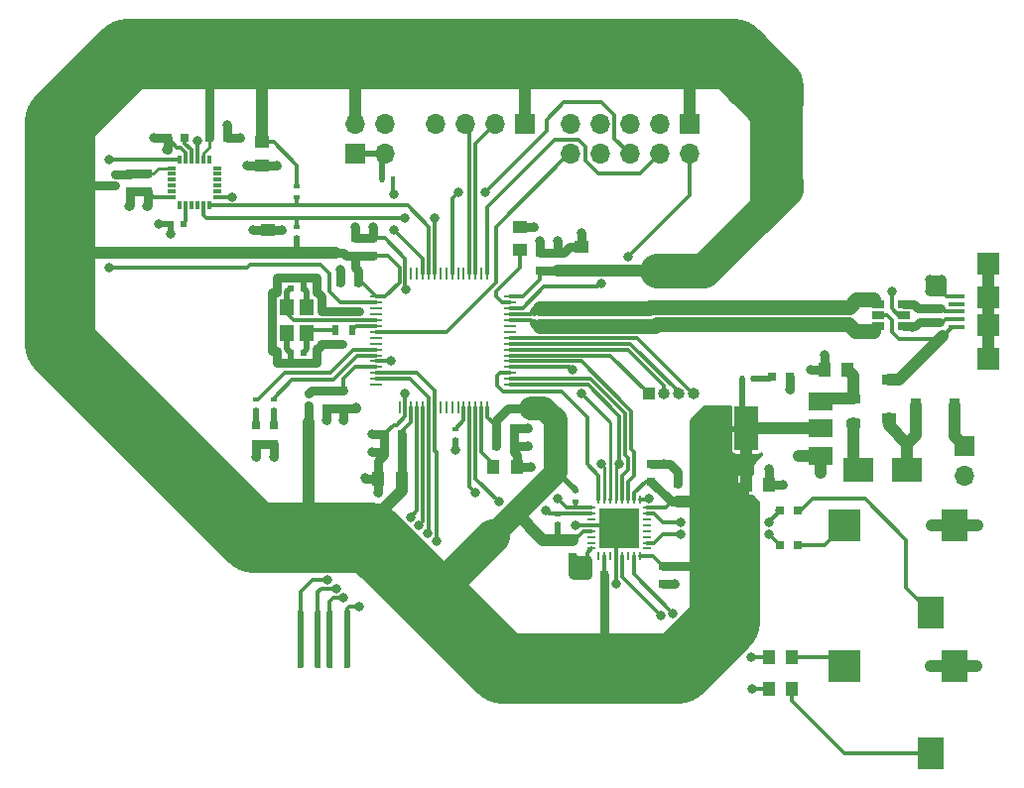
<source format=gbr>
%TF.GenerationSoftware,KiCad,Pcbnew,(5.1.9-0-10_14)*%
%TF.CreationDate,2021-02-23T19:53:59+01:00*%
%TF.ProjectId,codec_breakot,636f6465-635f-4627-9265-616b6f742e6b,rev?*%
%TF.SameCoordinates,Original*%
%TF.FileFunction,Copper,L1,Top*%
%TF.FilePolarity,Positive*%
%FSLAX46Y46*%
G04 Gerber Fmt 4.6, Leading zero omitted, Abs format (unit mm)*
G04 Created by KiCad (PCBNEW (5.1.9-0-10_14)) date 2021-02-23 19:53:59*
%MOMM*%
%LPD*%
G01*
G04 APERTURE LIST*
%TA.AperFunction,SMDPad,CuDef*%
%ADD10R,0.300000X0.800000*%
%TD*%
%TA.AperFunction,SMDPad,CuDef*%
%ADD11R,0.800000X0.300000*%
%TD*%
%TA.AperFunction,SMDPad,CuDef*%
%ADD12R,1.350000X0.400000*%
%TD*%
%TA.AperFunction,SMDPad,CuDef*%
%ADD13R,1.900000X1.900000*%
%TD*%
%TA.AperFunction,ComponentPad*%
%ADD14R,1.000000X1.000000*%
%TD*%
%TA.AperFunction,ComponentPad*%
%ADD15O,1.000000X1.000000*%
%TD*%
%TA.AperFunction,SMDPad,CuDef*%
%ADD16R,1.250000X1.000000*%
%TD*%
%TA.AperFunction,SMDPad,CuDef*%
%ADD17R,1.060000X0.650000*%
%TD*%
%TA.AperFunction,ComponentPad*%
%ADD18R,1.700000X1.700000*%
%TD*%
%TA.AperFunction,ComponentPad*%
%ADD19O,1.700000X1.700000*%
%TD*%
%TA.AperFunction,SMDPad,CuDef*%
%ADD20R,0.750000X0.800000*%
%TD*%
%TA.AperFunction,SMDPad,CuDef*%
%ADD21R,0.800000X0.750000*%
%TD*%
%TA.AperFunction,SMDPad,CuDef*%
%ADD22R,2.000000X3.800000*%
%TD*%
%TA.AperFunction,SMDPad,CuDef*%
%ADD23R,2.000000X1.500000*%
%TD*%
%TA.AperFunction,SMDPad,CuDef*%
%ADD24R,1.000000X0.250000*%
%TD*%
%TA.AperFunction,SMDPad,CuDef*%
%ADD25R,0.250000X1.000000*%
%TD*%
%TA.AperFunction,SMDPad,CuDef*%
%ADD26R,0.500000X0.900000*%
%TD*%
%TA.AperFunction,SMDPad,CuDef*%
%ADD27R,0.600000X0.400000*%
%TD*%
%TA.AperFunction,SMDPad,CuDef*%
%ADD28R,0.400000X0.600000*%
%TD*%
%TA.AperFunction,SMDPad,CuDef*%
%ADD29R,2.800000X2.800000*%
%TD*%
%TA.AperFunction,SMDPad,CuDef*%
%ADD30R,2.200000X2.800000*%
%TD*%
%TA.AperFunction,SMDPad,CuDef*%
%ADD31R,1.200000X1.400000*%
%TD*%
%TA.AperFunction,SMDPad,CuDef*%
%ADD32R,2.650000X2.030000*%
%TD*%
%TA.AperFunction,SMDPad,CuDef*%
%ADD33R,0.800000X0.800000*%
%TD*%
%TA.AperFunction,SMDPad,CuDef*%
%ADD34R,1.200000X0.900000*%
%TD*%
%TA.AperFunction,SMDPad,CuDef*%
%ADD35R,0.900000X1.200000*%
%TD*%
%TA.AperFunction,SMDPad,CuDef*%
%ADD36R,0.600000X0.500000*%
%TD*%
%TA.AperFunction,SMDPad,CuDef*%
%ADD37R,1.000000X1.250000*%
%TD*%
%TA.AperFunction,SMDPad,CuDef*%
%ADD38R,0.700000X0.250000*%
%TD*%
%TA.AperFunction,SMDPad,CuDef*%
%ADD39R,0.250000X0.700000*%
%TD*%
%TA.AperFunction,SMDPad,CuDef*%
%ADD40R,1.725000X1.725000*%
%TD*%
%TA.AperFunction,ViaPad*%
%ADD41C,0.800000*%
%TD*%
%TA.AperFunction,ViaPad*%
%ADD42C,0.500000*%
%TD*%
%TA.AperFunction,Conductor*%
%ADD43C,0.500000*%
%TD*%
%TA.AperFunction,Conductor*%
%ADD44C,0.750000*%
%TD*%
%TA.AperFunction,Conductor*%
%ADD45C,0.300000*%
%TD*%
%TA.AperFunction,Conductor*%
%ADD46C,1.000000*%
%TD*%
%TA.AperFunction,Conductor*%
%ADD47C,0.250000*%
%TD*%
%TA.AperFunction,Conductor*%
%ADD48C,6.000000*%
%TD*%
%TA.AperFunction,Conductor*%
%ADD49C,3.000000*%
%TD*%
%TA.AperFunction,Conductor*%
%ADD50C,2.500000*%
%TD*%
%TA.AperFunction,Conductor*%
%ADD51C,2.000000*%
%TD*%
%TA.AperFunction,Conductor*%
%ADD52C,4.500000*%
%TD*%
%TA.AperFunction,Conductor*%
%ADD53C,1.270000*%
%TD*%
%TA.AperFunction,Conductor*%
%ADD54C,0.100000*%
%TD*%
G04 APERTURE END LIST*
D10*
%TO.P,U1,24*%
%TO.N,ACC_SDA*%
X132000000Y-61950000D03*
%TO.P,U1,23*%
%TO.N,ACC_SCL*%
X131500000Y-61950000D03*
%TO.P,U1,22*%
%TO.N,N/C*%
X131000000Y-61950000D03*
%TO.P,U1,21*%
X130500000Y-61950000D03*
%TO.P,U1,20*%
%TO.N,Net-(C8-Pad1)*%
X130000000Y-61950000D03*
%TO.P,U1,19*%
%TO.N,N/C*%
X129500000Y-61950000D03*
D11*
%TO.P,U1,18*%
%TO.N,GND*%
X128800000Y-61250000D03*
%TO.P,U1,17*%
%TO.N,N/C*%
X128800000Y-60750000D03*
%TO.P,U1,16*%
X128800000Y-60250000D03*
%TO.P,U1,15*%
X128800000Y-59750000D03*
%TO.P,U1,14*%
X128800000Y-59250000D03*
%TO.P,U1,13*%
%TO.N,VDD*%
X128800000Y-58750000D03*
D10*
%TO.P,U1,12*%
%TO.N,ACC_INT*%
X129500000Y-58050000D03*
%TO.P,U1,11*%
%TO.N,GND*%
X130000000Y-58050000D03*
%TO.P,U1,10*%
%TO.N,Net-(C6-Pad1)*%
X130500000Y-58050000D03*
%TO.P,U1,9*%
%TO.N,GND*%
X131000000Y-58050000D03*
%TO.P,U1,8*%
%TO.N,+3V3*%
X131500000Y-58050000D03*
%TO.P,U1,7*%
%TO.N,Net-(U1-Pad7)*%
X132000000Y-58050000D03*
D11*
%TO.P,U1,6*%
%TO.N,Net-(U1-Pad6)*%
X132700000Y-58750000D03*
%TO.P,U1,5*%
%TO.N,N/C*%
X132700000Y-59250000D03*
%TO.P,U1,4*%
X132700000Y-59750000D03*
%TO.P,U1,3*%
X132700000Y-60250000D03*
%TO.P,U1,2*%
X132700000Y-60750000D03*
%TO.P,U1,1*%
%TO.N,GND*%
X132700000Y-61250000D03*
%TD*%
D12*
%TO.P,J5,5*%
%TO.N,GND*%
X195825000Y-69700000D03*
%TO.P,J5,4*%
%TO.N,Net-(J5-Pad4)*%
X195825000Y-70350000D03*
%TO.P,J5,3*%
%TO.N,USB_CONN_D+*%
X195825000Y-71000000D03*
%TO.P,J5,2*%
%TO.N,USB_CONN_D-*%
X195825000Y-71650000D03*
D13*
%TO.P,J5,6*%
%TO.N,shield*%
X198500000Y-66950000D03*
X198500000Y-69800000D03*
X198500000Y-75050000D03*
X198500000Y-72200000D03*
D12*
%TO.P,J5,1*%
%TO.N,+5V*%
X195825000Y-72300000D03*
%TD*%
D14*
%TO.P,J9,1*%
%TO.N,DEBUG1*%
X169500000Y-78000000D03*
D15*
%TO.P,J9,2*%
%TO.N,DEBUG2*%
X170770000Y-78000000D03*
%TO.P,J9,3*%
%TO.N,DEBUG3*%
X172040000Y-78000000D03*
%TO.P,J9,4*%
%TO.N,DEBUG4*%
X173310000Y-78000000D03*
%TD*%
D16*
%TO.P,C35,1*%
%TO.N,+3V3*%
X163750000Y-67500000D03*
%TO.P,C35,2*%
%TO.N,GND*%
X163750000Y-65500000D03*
%TD*%
%TO.P,C34,1*%
%TO.N,+3V3*%
X137000000Y-66000000D03*
%TO.P,C34,2*%
%TO.N,GND*%
X137000000Y-64000000D03*
%TD*%
%TO.P,C33,1*%
%TO.N,+3V3*%
X136500000Y-56500000D03*
%TO.P,C33,2*%
%TO.N,GND*%
X136500000Y-58500000D03*
%TD*%
D17*
%TO.P,U5,1*%
%TO.N,USB_CONN_D-*%
X191300000Y-72275000D03*
%TO.P,U5,2*%
%TO.N,GND*%
X191300000Y-71325000D03*
%TO.P,U5,3*%
%TO.N,USB_CONN_D+*%
X191300000Y-70375000D03*
%TO.P,U5,4*%
%TO.N,USB_D+*%
X189100000Y-70375000D03*
%TO.P,U5,6*%
%TO.N,USB_D-*%
X189100000Y-72275000D03*
%TO.P,U5,5*%
%TO.N,+5V*%
X189100000Y-71325000D03*
%TD*%
D18*
%TO.P,J6,1*%
%TO.N,+3V3*%
X173000000Y-55000000D03*
D19*
%TO.P,J6,2*%
%TO.N,SWDIO*%
X173000000Y-57540000D03*
%TO.P,J6,3*%
%TO.N,GND*%
X170460000Y-55000000D03*
%TO.P,J6,4*%
%TO.N,SWCLK*%
X170460000Y-57540000D03*
%TO.P,J6,5*%
%TO.N,GND*%
X167920000Y-55000000D03*
%TO.P,J6,6*%
%TO.N,SWO*%
X167920000Y-57540000D03*
%TO.P,J6,7*%
%TO.N,Net-(J6-Pad7)*%
X165380000Y-55000000D03*
%TO.P,J6,8*%
%TO.N,Net-(J6-Pad8)*%
X165380000Y-57540000D03*
%TO.P,J6,9*%
%TO.N,GND*%
X162840000Y-55000000D03*
%TO.P,J6,10*%
%TO.N,NRST*%
X162840000Y-57540000D03*
%TD*%
%TO.P,L2,2*%
%TO.N,VDD*%
%TA.AperFunction,SMDPad,CuDef*%
G36*
G01*
X124172500Y-59560000D02*
X123827500Y-59560000D01*
G75*
G02*
X123680000Y-59412500I0J147500D01*
G01*
X123680000Y-59117500D01*
G75*
G02*
X123827500Y-58970000I147500J0D01*
G01*
X124172500Y-58970000D01*
G75*
G02*
X124320000Y-59117500I0J-147500D01*
G01*
X124320000Y-59412500D01*
G75*
G02*
X124172500Y-59560000I-147500J0D01*
G01*
G37*
%TD.AperFunction*%
%TO.P,L2,1*%
%TO.N,+3V3*%
%TA.AperFunction,SMDPad,CuDef*%
G36*
G01*
X124172500Y-60530000D02*
X123827500Y-60530000D01*
G75*
G02*
X123680000Y-60382500I0J147500D01*
G01*
X123680000Y-60087500D01*
G75*
G02*
X123827500Y-59940000I147500J0D01*
G01*
X124172500Y-59940000D01*
G75*
G02*
X124320000Y-60087500I0J-147500D01*
G01*
X124320000Y-60382500D01*
G75*
G02*
X124172500Y-60530000I-147500J0D01*
G01*
G37*
%TD.AperFunction*%
%TD*%
%TO.P,L1,2*%
%TO.N,+3.3VA*%
%TA.AperFunction,SMDPad,CuDef*%
G36*
G01*
X140672500Y-78310000D02*
X140327500Y-78310000D01*
G75*
G02*
X140180000Y-78162500I0J147500D01*
G01*
X140180000Y-77867500D01*
G75*
G02*
X140327500Y-77720000I147500J0D01*
G01*
X140672500Y-77720000D01*
G75*
G02*
X140820000Y-77867500I0J-147500D01*
G01*
X140820000Y-78162500D01*
G75*
G02*
X140672500Y-78310000I-147500J0D01*
G01*
G37*
%TD.AperFunction*%
%TO.P,L1,1*%
%TO.N,+3V3*%
%TA.AperFunction,SMDPad,CuDef*%
G36*
G01*
X140672500Y-79280000D02*
X140327500Y-79280000D01*
G75*
G02*
X140180000Y-79132500I0J147500D01*
G01*
X140180000Y-78837500D01*
G75*
G02*
X140327500Y-78690000I147500J0D01*
G01*
X140672500Y-78690000D01*
G75*
G02*
X140820000Y-78837500I0J-147500D01*
G01*
X140820000Y-79132500D01*
G75*
G02*
X140672500Y-79280000I-147500J0D01*
G01*
G37*
%TD.AperFunction*%
%TD*%
D20*
%TO.P,C27,2*%
%TO.N,+3V3*%
X163000000Y-90500000D03*
%TO.P,C27,1*%
%TO.N,GND*%
X163000000Y-92000000D03*
%TD*%
%TO.P,C26,2*%
%TO.N,+3V3*%
X169750000Y-85500000D03*
%TO.P,C26,1*%
%TO.N,GND*%
X169750000Y-84000000D03*
%TD*%
D21*
%TO.P,C1,2*%
%TO.N,GND*%
X133550000Y-56200000D03*
%TO.P,C1,1*%
%TO.N,+3V3*%
X132050000Y-56200000D03*
%TD*%
D22*
%TO.P,U3,2*%
%TO.N,+3V3*%
X177850000Y-81000000D03*
D23*
X184150000Y-81000000D03*
%TO.P,U3,3*%
%TO.N,Net-(C13-Pad1)*%
X184150000Y-78700000D03*
%TO.P,U3,1*%
%TO.N,GND*%
X184150000Y-83300000D03*
%TD*%
D24*
%TO.P,U2,1*%
%TO.N,+3V3*%
X146300000Y-69750000D03*
%TO.P,U2,2*%
%TO.N,ACC_INT*%
X146300000Y-70250000D03*
%TO.P,U2,3*%
%TO.N,Net-(U2-Pad3)*%
X146300000Y-70750000D03*
%TO.P,U2,4*%
%TO.N,Net-(U2-Pad4)*%
X146300000Y-71250000D03*
%TO.P,U2,5*%
%TO.N,HSE_IN*%
X146300000Y-71750000D03*
%TO.P,U2,6*%
%TO.N,HSE_OUT*%
X146300000Y-72250000D03*
%TO.P,U2,7*%
%TO.N,NRST*%
X146300000Y-72750000D03*
%TO.P,U2,8*%
%TO.N,Net-(U2-Pad8)*%
X146300000Y-73250000D03*
%TO.P,U2,9*%
%TO.N,Net-(U2-Pad9)*%
X146300000Y-73750000D03*
%TO.P,U2,10*%
%TO.N,LED1*%
X146300000Y-74250000D03*
%TO.P,U2,11*%
%TO.N,LED2*%
X146300000Y-74750000D03*
%TO.P,U2,12*%
%TO.N,GND*%
X146300000Y-75250000D03*
%TO.P,U2,13*%
%TO.N,+3.3VA*%
X146300000Y-75750000D03*
%TO.P,U2,14*%
%TO.N,TOUCH_4*%
X146300000Y-76250000D03*
%TO.P,U2,15*%
%TO.N,TOUCH_3*%
X146300000Y-76750000D03*
%TO.P,U2,16*%
%TO.N,Net-(U2-Pad16)*%
X146300000Y-77250000D03*
D25*
%TO.P,U2,17*%
%TO.N,Net-(U2-Pad17)*%
X148250000Y-79200000D03*
%TO.P,U2,18*%
%TO.N,GND*%
X148750000Y-79200000D03*
%TO.P,U2,19*%
%TO.N,+3V3*%
X149250000Y-79200000D03*
%TO.P,U2,20*%
%TO.N,TOUCH_1*%
X149750000Y-79200000D03*
%TO.P,U2,21*%
%TO.N,TOUCH_2*%
X150250000Y-79200000D03*
%TO.P,U2,22*%
%TO.N,TOUCH_3*%
X150750000Y-79200000D03*
%TO.P,U2,23*%
%TO.N,TOUCH_4*%
X151250000Y-79200000D03*
%TO.P,U2,24*%
%TO.N,Net-(U2-Pad24)*%
X151750000Y-79200000D03*
%TO.P,U2,25*%
%TO.N,Net-(U2-Pad25)*%
X152250000Y-79200000D03*
%TO.P,U2,26*%
%TO.N,Net-(U2-Pad26)*%
X152750000Y-79200000D03*
%TO.P,U2,27*%
%TO.N,Net-(U2-Pad27)*%
X153250000Y-79200000D03*
%TO.P,U2,28*%
%TO.N,BOOT1*%
X153750000Y-79200000D03*
%TO.P,U2,29*%
%TO.N,CODEC_SCL*%
X154250000Y-79200000D03*
%TO.P,U2,30*%
%TO.N,CODEC_SDA*%
X154750000Y-79200000D03*
%TO.P,U2,31*%
%TO.N,Net-(C7-Pad1)*%
X155250000Y-79200000D03*
%TO.P,U2,32*%
%TO.N,+3V3*%
X155750000Y-79200000D03*
D24*
%TO.P,U2,33*%
%TO.N,CODEC_LRCLK*%
X157700000Y-77250000D03*
%TO.P,U2,34*%
%TO.N,CODEC_BCLK*%
X157700000Y-76750000D03*
%TO.P,U2,35*%
%TO.N,CODEC_ADCDAT*%
X157700000Y-76250000D03*
%TO.P,U2,36*%
%TO.N,CODEC_DACDAT*%
X157700000Y-75750000D03*
%TO.P,U2,37*%
%TO.N,CODEC_MCLK*%
X157700000Y-75250000D03*
%TO.P,U2,38*%
%TO.N,DEBUG1*%
X157700000Y-74750000D03*
%TO.P,U2,39*%
%TO.N,DEBUG2*%
X157700000Y-74250000D03*
%TO.P,U2,40*%
%TO.N,DEBUG3*%
X157700000Y-73750000D03*
%TO.P,U2,41*%
%TO.N,DEBUG4*%
X157700000Y-73250000D03*
%TO.P,U2,42*%
%TO.N,Net-(U2-Pad42)*%
X157700000Y-72750000D03*
%TO.P,U2,43*%
%TO.N,Net-(U2-Pad43)*%
X157700000Y-72250000D03*
%TO.P,U2,44*%
%TO.N,USB_D-*%
X157700000Y-71750000D03*
%TO.P,U2,45*%
%TO.N,USB_D+*%
X157700000Y-71250000D03*
%TO.P,U2,46*%
%TO.N,SWDIO*%
X157700000Y-70750000D03*
%TO.P,U2,47*%
%TO.N,Net-(C9-Pad1)*%
X157700000Y-70250000D03*
%TO.P,U2,48*%
%TO.N,+3V3*%
X157700000Y-69750000D03*
D25*
%TO.P,U2,49*%
%TO.N,SWCLK*%
X155750000Y-67800000D03*
%TO.P,U2,50*%
%TO.N,Net-(U2-Pad50)*%
X155250000Y-67800000D03*
%TO.P,U2,51*%
%TO.N,UART_TX*%
X154750000Y-67800000D03*
%TO.P,U2,52*%
%TO.N,UART_RX*%
X154250000Y-67800000D03*
%TO.P,U2,53*%
%TO.N,Net-(U2-Pad53)*%
X153750000Y-67800000D03*
%TO.P,U2,54*%
%TO.N,Net-(U2-Pad54)*%
X153250000Y-67800000D03*
%TO.P,U2,55*%
%TO.N,SWO*%
X152750000Y-67800000D03*
%TO.P,U2,56*%
%TO.N,Net-(U2-Pad56)*%
X152250000Y-67800000D03*
%TO.P,U2,57*%
%TO.N,Net-(U2-Pad57)*%
X151750000Y-67800000D03*
%TO.P,U2,58*%
%TO.N,ACC_SCL*%
X151250000Y-67800000D03*
%TO.P,U2,59*%
%TO.N,ACC_SDA*%
X150750000Y-67800000D03*
%TO.P,U2,60*%
%TO.N,BOOT0*%
X150250000Y-67800000D03*
%TO.P,U2,61*%
%TO.N,Net-(U2-Pad61)*%
X149750000Y-67800000D03*
%TO.P,U2,62*%
%TO.N,Net-(U2-Pad62)*%
X149250000Y-67800000D03*
%TO.P,U2,63*%
%TO.N,GND*%
X148750000Y-67800000D03*
%TO.P,U2,64*%
%TO.N,+3V3*%
X148250000Y-67800000D03*
%TD*%
D26*
%TO.P,R10,1*%
%TO.N,Net-(C30-Pad1)*%
X142750000Y-72600000D03*
%TO.P,R10,2*%
%TO.N,HSE_OUT*%
X144250000Y-72600000D03*
%TD*%
D27*
%TO.P,R9,1*%
%TO.N,+3V3*%
X161750000Y-89200000D03*
%TO.P,R9,2*%
%TO.N,CODEC_SDA*%
X161750000Y-88300000D03*
%TD*%
%TO.P,R8,1*%
%TO.N,+3V3*%
X163250000Y-86300000D03*
%TO.P,R8,2*%
%TO.N,CODEC_SCL*%
X163250000Y-87200000D03*
%TD*%
D28*
%TO.P,R7,1*%
%TO.N,+3V3*%
X177500000Y-76750000D03*
%TO.P,R7,2*%
%TO.N,Net-(D5-Pad2)*%
X178400000Y-76750000D03*
%TD*%
D27*
%TO.P,R6,1*%
%TO.N,Net-(D2-Pad2)*%
X136000000Y-79450000D03*
%TO.P,R6,2*%
%TO.N,LED1*%
X136000000Y-78550000D03*
%TD*%
%TO.P,R5,1*%
%TO.N,Net-(D1-Pad2)*%
X137500000Y-79450000D03*
%TO.P,R5,2*%
%TO.N,LED2*%
X137500000Y-78550000D03*
%TD*%
%TO.P,R4,1*%
%TO.N,+3V3*%
X139500000Y-64700000D03*
%TO.P,R4,2*%
%TO.N,ACC_SCL*%
X139500000Y-63800000D03*
%TD*%
%TO.P,R3,1*%
%TO.N,+3V3*%
X139500000Y-60300000D03*
%TO.P,R3,2*%
%TO.N,ACC_SDA*%
X139500000Y-61200000D03*
%TD*%
%TO.P,R2,1*%
%TO.N,GND*%
X153000000Y-81950000D03*
%TO.P,R2,2*%
%TO.N,BOOT1*%
X153000000Y-81050000D03*
%TD*%
D28*
%TO.P,R1,1*%
%TO.N,BOOT0*%
X147700000Y-59750000D03*
%TO.P,R1,2*%
%TO.N,Net-(J2-Pad1)*%
X146800000Y-59750000D03*
%TD*%
D29*
%TO.P,J8,T*%
%TO.N,LIN_LEFT*%
X186200000Y-89300000D03*
D30*
%TO.P,J8,S*%
%TO.N,GND*%
X195600000Y-89300000D03*
%TO.P,J8,R*%
%TO.N,LIN_RIGHT*%
X193600000Y-96700000D03*
%TD*%
D29*
%TO.P,J7,T*%
%TO.N,HPOUT_LEFT*%
X186200000Y-101300000D03*
D30*
%TO.P,J7,S*%
%TO.N,GND*%
X195600000Y-101300000D03*
%TO.P,J7,R*%
%TO.N,HPOUT_RIGHT*%
X193600000Y-108700000D03*
%TD*%
D18*
%TO.P,J4,1*%
%TO.N,VCC*%
X196500000Y-82500000D03*
D19*
%TO.P,J4,2*%
%TO.N,GND*%
X196500000Y-85040000D03*
%TD*%
%TO.P,J3,3*%
%TO.N,TOUCH_3*%
%TA.AperFunction,SMDPad,CuDef*%
G36*
G01*
X142050000Y-101375000D02*
X142050000Y-96625000D01*
G75*
G02*
X142175000Y-96500000I125000J0D01*
G01*
X142425000Y-96500000D01*
G75*
G02*
X142550000Y-96625000I0J-125000D01*
G01*
X142550000Y-101375000D01*
G75*
G02*
X142425000Y-101500000I-125000J0D01*
G01*
X142175000Y-101500000D01*
G75*
G02*
X142050000Y-101375000I0J125000D01*
G01*
G37*
%TD.AperFunction*%
%TO.P,J3,2*%
%TO.N,TOUCH_2*%
%TA.AperFunction,SMDPad,CuDef*%
G36*
G01*
X141050000Y-101375000D02*
X141050000Y-96625000D01*
G75*
G02*
X141175000Y-96500000I125000J0D01*
G01*
X141425000Y-96500000D01*
G75*
G02*
X141550000Y-96625000I0J-125000D01*
G01*
X141550000Y-101375000D01*
G75*
G02*
X141425000Y-101500000I-125000J0D01*
G01*
X141175000Y-101500000D01*
G75*
G02*
X141050000Y-101375000I0J125000D01*
G01*
G37*
%TD.AperFunction*%
%TO.P,J3,1*%
%TO.N,TOUCH_1*%
%TA.AperFunction,SMDPad,CuDef*%
G36*
G01*
X139550000Y-101375000D02*
X139550000Y-96625000D01*
G75*
G02*
X139675000Y-96500000I125000J0D01*
G01*
X139925000Y-96500000D01*
G75*
G02*
X140050000Y-96625000I0J-125000D01*
G01*
X140050000Y-101375000D01*
G75*
G02*
X139925000Y-101500000I-125000J0D01*
G01*
X139675000Y-101500000D01*
G75*
G02*
X139550000Y-101375000I0J125000D01*
G01*
G37*
%TD.AperFunction*%
%TO.P,J3,4*%
%TO.N,TOUCH_4*%
%TA.AperFunction,SMDPad,CuDef*%
G36*
G01*
X143550000Y-101375000D02*
X143550000Y-96625000D01*
G75*
G02*
X143675000Y-96500000I125000J0D01*
G01*
X143925000Y-96500000D01*
G75*
G02*
X144050000Y-96625000I0J-125000D01*
G01*
X144050000Y-101375000D01*
G75*
G02*
X143925000Y-101500000I-125000J0D01*
G01*
X143675000Y-101500000D01*
G75*
G02*
X143550000Y-101375000I0J125000D01*
G01*
G37*
%TD.AperFunction*%
%TD*%
D18*
%TO.P,J2,1*%
%TO.N,Net-(J2-Pad1)*%
X144500000Y-57500000D03*
D19*
%TO.P,J2,2*%
%TO.N,+3V3*%
X144500000Y-54960000D03*
%TO.P,J2,3*%
%TO.N,Net-(J2-Pad1)*%
X147040000Y-57500000D03*
%TO.P,J2,4*%
%TO.N,GND*%
X147040000Y-54960000D03*
%TD*%
D18*
%TO.P,J1,1*%
%TO.N,+3V3*%
X159000000Y-55000000D03*
D19*
%TO.P,J1,2*%
%TO.N,UART_TX*%
X156460000Y-55000000D03*
%TO.P,J1,3*%
%TO.N,UART_RX*%
X153920000Y-55000000D03*
%TO.P,J1,4*%
%TO.N,GND*%
X151380000Y-55000000D03*
%TD*%
D31*
%TO.P,HSE1,1*%
%TO.N,HSE_IN*%
X138650000Y-70650000D03*
%TO.P,HSE1,2*%
%TO.N,GND*%
X138650000Y-72850000D03*
%TO.P,HSE1,3*%
%TO.N,Net-(C30-Pad1)*%
X140350000Y-72850000D03*
%TO.P,HSE1,4*%
%TO.N,GND*%
X140350000Y-70650000D03*
%TD*%
%TO.P,FB3,2*%
%TO.N,Net-(C13-Pad1)*%
%TA.AperFunction,SMDPad,CuDef*%
G36*
G01*
X187381250Y-78875000D02*
X186618750Y-78875000D01*
G75*
G02*
X186400000Y-78656250I0J218750D01*
G01*
X186400000Y-78218750D01*
G75*
G02*
X186618750Y-78000000I218750J0D01*
G01*
X187381250Y-78000000D01*
G75*
G02*
X187600000Y-78218750I0J-218750D01*
G01*
X187600000Y-78656250D01*
G75*
G02*
X187381250Y-78875000I-218750J0D01*
G01*
G37*
%TD.AperFunction*%
%TO.P,FB3,1*%
%TO.N,Net-(F1-Pad2)*%
%TA.AperFunction,SMDPad,CuDef*%
G36*
G01*
X187381250Y-81000000D02*
X186618750Y-81000000D01*
G75*
G02*
X186400000Y-80781250I0J218750D01*
G01*
X186400000Y-80343750D01*
G75*
G02*
X186618750Y-80125000I218750J0D01*
G01*
X187381250Y-80125000D01*
G75*
G02*
X187600000Y-80343750I0J-218750D01*
G01*
X187600000Y-80781250D01*
G75*
G02*
X187381250Y-81000000I-218750J0D01*
G01*
G37*
%TD.AperFunction*%
%TD*%
D32*
%TO.P,F1,1*%
%TO.N,Net-(D3-Pad1)*%
X191590000Y-84500000D03*
%TO.P,F1,2*%
%TO.N,Net-(F1-Pad2)*%
X187410000Y-84500000D03*
%TD*%
D33*
%TO.P,D5,2*%
%TO.N,Net-(D5-Pad2)*%
X180000000Y-76600000D03*
%TO.P,D5,1*%
%TO.N,GND*%
X181600000Y-76600000D03*
%TD*%
D34*
%TO.P,D4,1*%
%TO.N,Net-(D3-Pad1)*%
X190000000Y-80150000D03*
%TO.P,D4,2*%
%TO.N,+5V*%
X190000000Y-76850000D03*
%TD*%
D35*
%TO.P,D3,1*%
%TO.N,Net-(D3-Pad1)*%
X192350000Y-79000000D03*
%TO.P,D3,2*%
%TO.N,VCC*%
X195650000Y-79000000D03*
%TD*%
D33*
%TO.P,D2,2*%
%TO.N,Net-(D2-Pad2)*%
X136000000Y-80700000D03*
%TO.P,D2,1*%
%TO.N,GND*%
X136000000Y-82300000D03*
%TD*%
%TO.P,D1,2*%
%TO.N,Net-(D1-Pad2)*%
X137500000Y-80700000D03*
%TO.P,D1,1*%
%TO.N,GND*%
X137500000Y-82300000D03*
%TD*%
D20*
%TO.P,C32,2*%
%TO.N,+3V3*%
X170750000Y-92750000D03*
%TO.P,C32,1*%
%TO.N,GND*%
X170750000Y-94250000D03*
%TD*%
D21*
%TO.P,C31,2*%
%TO.N,+3V3*%
X165750000Y-93500000D03*
%TO.P,C31,1*%
%TO.N,GND*%
X164250000Y-93500000D03*
%TD*%
D36*
%TO.P,C30,1*%
%TO.N,Net-(C30-Pad1)*%
X140050000Y-74500000D03*
%TO.P,C30,2*%
%TO.N,GND*%
X138950000Y-74500000D03*
%TD*%
D20*
%TO.P,C29,2*%
%TO.N,+3V3*%
X172000000Y-87250000D03*
%TO.P,C29,1*%
%TO.N,GND*%
X172000000Y-85750000D03*
%TD*%
D36*
%TO.P,C28,1*%
%TO.N,HSE_IN*%
X138950000Y-69000000D03*
%TO.P,C28,2*%
%TO.N,GND*%
X140050000Y-69000000D03*
%TD*%
D37*
%TO.P,C25,1*%
%TO.N,HPOUT_RIGHT*%
X181750000Y-103250000D03*
%TO.P,C25,2*%
%TO.N,Net-(C25-Pad2)*%
X179750000Y-103250000D03*
%TD*%
%TO.P,C24,1*%
%TO.N,HPOUT_LEFT*%
X181750000Y-100500000D03*
%TO.P,C24,2*%
%TO.N,Net-(C24-Pad2)*%
X179750000Y-100500000D03*
%TD*%
D21*
%TO.P,C23,2*%
%TO.N,GND*%
X146950000Y-83000000D03*
%TO.P,C23,1*%
%TO.N,+3V3*%
X148450000Y-83000000D03*
%TD*%
%TO.P,C22,2*%
%TO.N,LIN_RIGHT*%
X182250000Y-88000000D03*
%TO.P,C22,1*%
%TO.N,Net-(C22-Pad1)*%
X180750000Y-88000000D03*
%TD*%
%TO.P,C21,2*%
%TO.N,LIN_LEFT*%
X182250000Y-91000000D03*
%TO.P,C21,1*%
%TO.N,Net-(C21-Pad1)*%
X180750000Y-91000000D03*
%TD*%
%TO.P,C20,2*%
%TO.N,GND*%
X158000000Y-82500000D03*
%TO.P,C20,1*%
%TO.N,+3V3*%
X156500000Y-82500000D03*
%TD*%
D20*
%TO.P,C19,2*%
%TO.N,GND*%
X146000000Y-64750000D03*
%TO.P,C19,1*%
%TO.N,+3V3*%
X146000000Y-66250000D03*
%TD*%
%TO.P,C18,2*%
%TO.N,GND*%
X161750000Y-66000000D03*
%TO.P,C18,1*%
%TO.N,+3V3*%
X161750000Y-67500000D03*
%TD*%
D37*
%TO.P,C17,1*%
%TO.N,+3V3*%
X177800000Y-85800000D03*
%TO.P,C17,2*%
%TO.N,GND*%
X179800000Y-85800000D03*
%TD*%
D21*
%TO.P,C16,2*%
%TO.N,GND*%
X146950000Y-81500000D03*
%TO.P,C16,1*%
%TO.N,+3V3*%
X148450000Y-81500000D03*
%TD*%
%TO.P,C15,2*%
%TO.N,GND*%
X158000000Y-81000000D03*
%TO.P,C15,1*%
%TO.N,+3V3*%
X156500000Y-81000000D03*
%TD*%
D20*
%TO.P,C14,2*%
%TO.N,GND*%
X160250000Y-66000000D03*
%TO.P,C14,1*%
%TO.N,+3V3*%
X160250000Y-67500000D03*
%TD*%
D37*
%TO.P,C13,1*%
%TO.N,Net-(C13-Pad1)*%
X186500000Y-76000000D03*
%TO.P,C13,2*%
%TO.N,GND*%
X184500000Y-76000000D03*
%TD*%
D20*
%TO.P,C12,2*%
%TO.N,GND*%
X144500000Y-64750000D03*
%TO.P,C12,1*%
%TO.N,+3V3*%
X144500000Y-66250000D03*
%TD*%
D21*
%TO.P,C11,2*%
%TO.N,GND*%
X143250000Y-68500000D03*
%TO.P,C11,1*%
%TO.N,+3V3*%
X144750000Y-68500000D03*
%TD*%
D37*
%TO.P,C10,1*%
%TO.N,+3V3*%
X148450000Y-85250000D03*
%TO.P,C10,2*%
%TO.N,GND*%
X146450000Y-85250000D03*
%TD*%
D16*
%TO.P,C9,1*%
%TO.N,Net-(C9-Pad1)*%
X158500000Y-65750000D03*
%TO.P,C9,2*%
%TO.N,GND*%
X158500000Y-63750000D03*
%TD*%
D36*
%TO.P,C8,1*%
%TO.N,Net-(C8-Pad1)*%
X129800000Y-63500000D03*
%TO.P,C8,2*%
%TO.N,GND*%
X128700000Y-63500000D03*
%TD*%
D37*
%TO.P,C7,1*%
%TO.N,Net-(C7-Pad1)*%
X156250000Y-84250000D03*
%TO.P,C7,2*%
%TO.N,GND*%
X158250000Y-84250000D03*
%TD*%
D21*
%TO.P,C6,2*%
%TO.N,GND*%
X128450000Y-56200000D03*
%TO.P,C6,1*%
%TO.N,Net-(C6-Pad1)*%
X129950000Y-56200000D03*
%TD*%
D20*
%TO.P,C5,2*%
%TO.N,GND*%
X125250000Y-60750000D03*
%TO.P,C5,1*%
%TO.N,VDD*%
X125250000Y-59250000D03*
%TD*%
%TO.P,C4,2*%
%TO.N,GND*%
X126750000Y-60750000D03*
%TO.P,C4,1*%
%TO.N,VDD*%
X126750000Y-59250000D03*
%TD*%
%TO.P,C3,2*%
%TO.N,GND*%
X143500000Y-79250000D03*
%TO.P,C3,1*%
%TO.N,+3.3VA*%
X143500000Y-77750000D03*
%TD*%
%TO.P,C2,2*%
%TO.N,GND*%
X142000000Y-79250000D03*
%TO.P,C2,1*%
%TO.N,+3.3VA*%
X142000000Y-77750000D03*
%TD*%
D38*
%TO.P,U4,1*%
%TO.N,Net-(U4-Pad1)*%
X169400000Y-91250000D03*
%TO.P,U4,2*%
%TO.N,Net-(C21-Pad1)*%
X169400000Y-90750000D03*
%TO.P,U4,3*%
%TO.N,Net-(U4-Pad3)*%
X169400000Y-90250000D03*
%TO.P,U4,4*%
%TO.N,Net-(U4-Pad4)*%
X169400000Y-89750000D03*
%TO.P,U4,5*%
%TO.N,Net-(U4-Pad5)*%
X169400000Y-89250000D03*
%TO.P,U4,6*%
%TO.N,Net-(U4-Pad6)*%
X169400000Y-88750000D03*
%TO.P,U4,7*%
%TO.N,Net-(C22-Pad1)*%
X169400000Y-88250000D03*
%TO.P,U4,8*%
%TO.N,+3V3*%
X169400000Y-87750000D03*
D39*
%TO.P,U4,9*%
%TO.N,GND*%
X168750000Y-87100000D03*
%TO.P,U4,10*%
%TO.N,+3V3*%
X168250000Y-87100000D03*
%TO.P,U4,11*%
%TO.N,CODEC_MCLK*%
X167750000Y-87100000D03*
%TO.P,U4,12*%
%TO.N,CODEC_BCLK*%
X167250000Y-87100000D03*
%TO.P,U4,13*%
%TO.N,CODEC_LRCLK*%
X166750000Y-87100000D03*
%TO.P,U4,14*%
%TO.N,CODEC_DACDAT*%
X166250000Y-87100000D03*
%TO.P,U4,15*%
%TO.N,CODEC_LRCLK*%
X165750000Y-87100000D03*
%TO.P,U4,16*%
%TO.N,CODEC_ADCDAT*%
X165250000Y-87100000D03*
D38*
%TO.P,U4,17*%
%TO.N,CODEC_SCL*%
X164600000Y-87750000D03*
%TO.P,U4,18*%
%TO.N,CODEC_SDA*%
X164600000Y-88250000D03*
%TO.P,U4,19*%
%TO.N,Net-(U4-Pad19)*%
X164600000Y-88750000D03*
%TO.P,U4,20*%
%TO.N,GND*%
X164600000Y-89250000D03*
%TO.P,U4,21*%
%TO.N,+3V3*%
X164600000Y-89750000D03*
%TO.P,U4,22*%
%TO.N,Net-(U4-Pad22)*%
X164600000Y-90250000D03*
%TO.P,U4,23*%
%TO.N,Net-(U4-Pad23)*%
X164600000Y-90750000D03*
%TO.P,U4,24*%
%TO.N,GND*%
X164600000Y-91250000D03*
D39*
%TO.P,U4,25*%
%TO.N,Net-(U4-Pad25)*%
X165250000Y-91900000D03*
%TO.P,U4,26*%
%TO.N,+3V3*%
X165750000Y-91900000D03*
%TO.P,U4,27*%
%TO.N,Net-(U4-Pad27)*%
X166250000Y-91900000D03*
%TO.P,U4,28*%
%TO.N,GND*%
X166750000Y-91900000D03*
%TO.P,U4,29*%
%TO.N,Net-(C25-Pad2)*%
X167250000Y-91900000D03*
%TO.P,U4,30*%
%TO.N,Net-(U4-Pad30)*%
X167750000Y-91900000D03*
%TO.P,U4,31*%
%TO.N,Net-(C24-Pad2)*%
X168250000Y-91900000D03*
%TO.P,U4,32*%
%TO.N,+3V3*%
X168750000Y-91900000D03*
D40*
%TO.P,U4,33*%
%TO.N,GND*%
X166137500Y-88637500D03*
X166137500Y-90362500D03*
X167862500Y-88637500D03*
X167862500Y-90362500D03*
%TD*%
D41*
%TO.N,GND*%
X131000000Y-56400000D03*
X133600000Y-55100000D03*
X134700000Y-56200000D03*
X128400000Y-57200000D03*
X127300000Y-56200000D03*
X128700000Y-64400000D03*
X127700000Y-63500000D03*
X125200000Y-62000000D03*
X126700000Y-62000000D03*
X134000000Y-61200000D03*
X143200000Y-67400000D03*
X148800000Y-69100000D03*
X147500000Y-75200000D03*
X148700000Y-78000000D03*
X145900000Y-81500000D03*
X145900000Y-83000000D03*
X145300000Y-85200000D03*
X146400000Y-86500000D03*
X144600000Y-79200000D03*
X143500000Y-80300000D03*
X142000000Y-80300000D03*
X153000000Y-82800000D03*
X160250000Y-64950000D03*
X137500000Y-83400000D03*
X136000000Y-83400000D03*
X163100000Y-93500000D03*
X170800000Y-84000000D03*
X172000000Y-84700000D03*
X179800000Y-84400000D03*
X181000000Y-85800000D03*
X182300000Y-83300000D03*
X184200000Y-84800000D03*
X181600000Y-77700000D03*
X183300000Y-76000000D03*
X184500000Y-74700000D03*
X197600000Y-89300000D03*
X193700000Y-89300000D03*
X197500000Y-101300000D03*
X193600000Y-101300000D03*
X169500000Y-87000000D03*
X161750000Y-64950000D03*
D42*
X137800000Y-68100000D03*
X143400000Y-73800000D03*
X141600000Y-73800000D03*
X139500000Y-75400000D03*
X137400000Y-74400000D03*
X137400000Y-71000000D03*
X139500000Y-68100000D03*
X144800000Y-71000000D03*
X141600000Y-71000000D03*
X141200000Y-68100000D03*
X141200000Y-69400000D03*
X143200000Y-71000000D03*
X137400000Y-69400000D03*
X137400000Y-72600000D03*
X137800000Y-75400000D03*
X141200000Y-75400000D03*
D41*
X166750000Y-94250000D03*
X164250000Y-92250000D03*
X163250000Y-89250000D03*
X144500000Y-63750000D03*
X146000000Y-63750000D03*
X159250000Y-81000000D03*
X159250000Y-82500000D03*
X159500000Y-84250000D03*
X159750000Y-63750000D03*
X171750000Y-94250000D03*
X163750000Y-64250000D03*
X138250000Y-64000000D03*
X135750000Y-64000000D03*
X135250000Y-58500000D03*
X137750000Y-58500000D03*
X194500000Y-69250000D03*
X193500000Y-69250000D03*
X193500000Y-68250000D03*
X194500000Y-68250000D03*
X190250000Y-69250000D03*
%TO.N,Net-(C21-Pad1)*%
X179750000Y-90000000D03*
X172250000Y-90000000D03*
%TO.N,Net-(C22-Pad1)*%
X179750000Y-89000000D03*
X172250000Y-89000000D03*
%TO.N,Net-(C24-Pad2)*%
X171575000Y-96775000D03*
X178250000Y-100500000D03*
%TO.N,Net-(C25-Pad2)*%
X170550000Y-96950000D03*
X178325000Y-103250000D03*
%TO.N,TOUCH_3*%
X150653095Y-89950058D03*
X143502753Y-95453414D03*
%TO.N,TOUCH_2*%
X149932108Y-89257108D03*
X142875000Y-94675000D03*
%TO.N,TOUCH_1*%
X149225000Y-88550000D03*
X142100000Y-93925000D03*
%TO.N,TOUCH_4*%
X151388543Y-90627643D03*
X144800000Y-96250000D03*
%TO.N,SWDIO*%
X165500000Y-68600000D03*
X167750000Y-66350000D03*
%TO.N,SWO*%
X155600000Y-60800000D03*
X153300000Y-60800000D03*
%TO.N,BOOT0*%
X147750000Y-61000000D03*
X147750000Y-64000000D03*
%TO.N,ACC_SCL*%
X151250000Y-63000000D03*
X148750000Y-63000000D03*
%TO.N,CODEC_SCL*%
X161750000Y-87000000D03*
X154750000Y-86500000D03*
%TO.N,CODEC_SDA*%
X160750000Y-88000000D03*
X156750000Y-87250000D03*
%TO.N,ACC_INT*%
X123500000Y-67250000D03*
X123500000Y-58000000D03*
%TO.N,CODEC_LRCLK*%
X165500000Y-84000000D03*
X167000000Y-84000000D03*
%TO.N,CODEC_DACDAT*%
X163000000Y-76000000D03*
X163750000Y-78000000D03*
%TD*%
D43*
%TO.N,GND*%
X140350000Y-70650000D02*
X140350000Y-69300000D01*
X140350000Y-69300000D02*
X140050000Y-69000000D01*
X138650000Y-72850000D02*
X138650000Y-74200000D01*
X138650000Y-74200000D02*
X138950000Y-74500000D01*
D44*
X142000000Y-79250000D02*
X143500000Y-79250000D01*
X146950000Y-81500000D02*
X146950000Y-83000000D01*
X160250000Y-66000000D02*
X161750000Y-66000000D01*
X146950000Y-83000000D02*
X146950000Y-83250000D01*
X146450000Y-83750000D02*
X146450000Y-85250000D01*
X146950000Y-83250000D02*
X146450000Y-83750000D01*
X125250000Y-60750000D02*
X126750000Y-60750000D01*
D45*
X128800000Y-61250000D02*
X127250000Y-61250000D01*
X127250000Y-61250000D02*
X126750000Y-60750000D01*
X166750000Y-91900000D02*
X166750000Y-90975000D01*
X166750000Y-90975000D02*
X166137500Y-90362500D01*
X164600000Y-89250000D02*
X165525000Y-89250000D01*
X165525000Y-89250000D02*
X166137500Y-88637500D01*
X131000000Y-58050000D02*
X131000000Y-56400000D01*
X130000000Y-58050000D02*
X130000000Y-57400000D01*
X129250000Y-57000000D02*
X128450000Y-56200000D01*
X129600000Y-57000000D02*
X129250000Y-57000000D01*
X130000000Y-57400000D02*
X129600000Y-57000000D01*
D44*
X133550000Y-56200000D02*
X133550000Y-55150000D01*
X133550000Y-55150000D02*
X133600000Y-55100000D01*
X133550000Y-56200000D02*
X134700000Y-56200000D01*
X128450000Y-56200000D02*
X128450000Y-57150000D01*
X128450000Y-57150000D02*
X128400000Y-57200000D01*
X128450000Y-56200000D02*
X127300000Y-56200000D01*
D43*
X128700000Y-63500000D02*
X128700000Y-64400000D01*
X128700000Y-63500000D02*
X127700000Y-63500000D01*
D44*
X125250000Y-60750000D02*
X125250000Y-61950000D01*
X125250000Y-61950000D02*
X125200000Y-62000000D01*
X126750000Y-60750000D02*
X126750000Y-61950000D01*
X126750000Y-61950000D02*
X126700000Y-62000000D01*
D45*
X132700000Y-61250000D02*
X133950000Y-61250000D01*
X133950000Y-61250000D02*
X134000000Y-61200000D01*
D44*
X143250000Y-68500000D02*
X143250000Y-67450000D01*
X143250000Y-67450000D02*
X143200000Y-67400000D01*
D45*
X148750000Y-67800000D02*
X148750000Y-69050000D01*
X148750000Y-69050000D02*
X148800000Y-69100000D01*
X146300000Y-75250000D02*
X147450000Y-75250000D01*
X147450000Y-75250000D02*
X147500000Y-75200000D01*
X148750000Y-79200000D02*
X148750000Y-79950000D01*
X147750000Y-80700000D02*
X146950000Y-81500000D01*
X148000000Y-80700000D02*
X147750000Y-80700000D01*
X148750000Y-79950000D02*
X148000000Y-80700000D01*
X148750000Y-79200000D02*
X148750000Y-78050000D01*
X148750000Y-78050000D02*
X148700000Y-78000000D01*
D44*
X146950000Y-81500000D02*
X145900000Y-81500000D01*
X146950000Y-83000000D02*
X145900000Y-83000000D01*
X146450000Y-85250000D02*
X145350000Y-85250000D01*
X145350000Y-85250000D02*
X145300000Y-85200000D01*
X146450000Y-85250000D02*
X146450000Y-86450000D01*
X146450000Y-86450000D02*
X146400000Y-86500000D01*
X143500000Y-79250000D02*
X144550000Y-79250000D01*
X144550000Y-79250000D02*
X144600000Y-79200000D01*
X143500000Y-79250000D02*
X143500000Y-80300000D01*
X142000000Y-79250000D02*
X142000000Y-80300000D01*
D43*
X153000000Y-81950000D02*
X153000000Y-82800000D01*
D44*
X161750000Y-66000000D02*
X161750000Y-64950000D01*
X160250000Y-66000000D02*
X160250000Y-64950000D01*
X136000000Y-82300000D02*
X137500000Y-82300000D01*
X137500000Y-82300000D02*
X137500000Y-83400000D01*
X136000000Y-82300000D02*
X136000000Y-83400000D01*
X164250000Y-93500000D02*
X163100000Y-93500000D01*
X163100000Y-93500000D02*
X164250000Y-93500000D01*
X172000000Y-85750000D02*
X172000000Y-84700000D01*
X171300000Y-84000000D02*
X172000000Y-84700000D01*
X170800000Y-84000000D02*
X171300000Y-84000000D01*
X170800000Y-84000000D02*
X169750000Y-84000000D01*
X179800000Y-85800000D02*
X179800000Y-84400000D01*
X179800000Y-85800000D02*
X181000000Y-85800000D01*
D46*
X184150000Y-83300000D02*
X182300000Y-83300000D01*
X184150000Y-83300000D02*
X184150000Y-84750000D01*
X184150000Y-84750000D02*
X184200000Y-84800000D01*
D44*
X181600000Y-76600000D02*
X181600000Y-77700000D01*
X184500000Y-76000000D02*
X183300000Y-76000000D01*
X184500000Y-76000000D02*
X184500000Y-74700000D01*
D46*
X195600000Y-89300000D02*
X197600000Y-89300000D01*
X195600000Y-89300000D02*
X193700000Y-89300000D01*
X195600000Y-101300000D02*
X197500000Y-101300000D01*
X195600000Y-101300000D02*
X193600000Y-101300000D01*
D45*
X168750000Y-87100000D02*
X169400000Y-87100000D01*
X169400000Y-87100000D02*
X169500000Y-87000000D01*
D43*
X140050000Y-69000000D02*
X140050000Y-68100000D01*
X140050000Y-68100000D02*
X140050000Y-68050000D01*
X140050000Y-68050000D02*
X140000000Y-68000000D01*
D44*
X140050000Y-68100000D02*
X139500000Y-68100000D01*
X143400000Y-73800000D02*
X141600000Y-73800000D01*
X141400000Y-74000000D02*
X141600000Y-73800000D01*
X141200000Y-74200000D02*
X141400000Y-74000000D01*
X141200000Y-75400000D02*
X141200000Y-74200000D01*
X137400000Y-74400000D02*
X137400000Y-72600000D01*
X137400000Y-71000000D02*
X137400000Y-69400000D01*
X137800000Y-68100000D02*
X139500000Y-68100000D01*
X144800000Y-71000000D02*
X143200000Y-71000000D01*
X141600000Y-71000000D02*
X141600000Y-69700000D01*
X141300000Y-69400000D02*
X141600000Y-69700000D01*
X141200000Y-69400000D02*
X141300000Y-69400000D01*
X141200000Y-68100000D02*
X139500000Y-68100000D01*
X141200000Y-69400000D02*
X141200000Y-68100000D01*
X143200000Y-71000000D02*
X141600000Y-71000000D01*
X137800000Y-68100000D02*
X137800000Y-69375002D01*
X137800000Y-69375002D02*
X137775002Y-69400000D01*
X137400000Y-69400000D02*
X137775002Y-69400000D01*
X137400000Y-72600000D02*
X137400000Y-71000000D01*
X137400000Y-74400000D02*
X137800000Y-74400000D01*
X137800000Y-75400000D02*
X137800000Y-74400000D01*
X141200000Y-75400000D02*
X139500000Y-75400000D01*
X141400000Y-74000000D02*
X141600000Y-73800000D01*
X166137500Y-88637500D02*
X166137500Y-90362500D01*
X166137500Y-90362500D02*
X167862500Y-90362500D01*
X167862500Y-90362500D02*
X167862500Y-88637500D01*
X167862500Y-88637500D02*
X166137500Y-88637500D01*
D45*
X166750000Y-91900000D02*
X166750000Y-94250000D01*
D43*
X138950000Y-75300000D02*
X138850000Y-75400000D01*
X138950000Y-74500000D02*
X138950000Y-75300000D01*
D44*
X138850000Y-75400000D02*
X137800000Y-75400000D01*
X139500000Y-75400000D02*
X138850000Y-75400000D01*
X164250000Y-93500000D02*
X164250000Y-92250000D01*
D45*
X164600000Y-89250000D02*
X163250000Y-89250000D01*
D44*
X144500000Y-64750000D02*
X146000000Y-64750000D01*
D45*
X147000000Y-64750000D02*
X146000000Y-64750000D01*
X148750000Y-66500000D02*
X147000000Y-64750000D01*
X148750000Y-67800000D02*
X148750000Y-66500000D01*
D44*
X144500000Y-64750000D02*
X144500000Y-63750000D01*
X146000000Y-64750000D02*
X146000000Y-63750000D01*
X158000000Y-81000000D02*
X158000000Y-82500000D01*
X158000000Y-82500000D02*
X158000000Y-83000000D01*
X158250000Y-83250000D02*
X158250000Y-84250000D01*
X158000000Y-83000000D02*
X158250000Y-83250000D01*
X158000000Y-81000000D02*
X159250000Y-81000000D01*
X158000000Y-82500000D02*
X159250000Y-82500000D01*
X158250000Y-84250000D02*
X159500000Y-84250000D01*
X158500000Y-63750000D02*
X159750000Y-63750000D01*
X170750000Y-94250000D02*
X171750000Y-94250000D01*
X161750000Y-66000000D02*
X162250000Y-66000000D01*
X162750000Y-65500000D02*
X163750000Y-65500000D01*
X162250000Y-66000000D02*
X162750000Y-65500000D01*
X163750000Y-65500000D02*
X163750000Y-64250000D01*
X137000000Y-64000000D02*
X138250000Y-64000000D01*
X137000000Y-64000000D02*
X135750000Y-64000000D01*
X136500000Y-58500000D02*
X135250000Y-58500000D01*
X136500000Y-58500000D02*
X137750000Y-58500000D01*
D45*
X195825000Y-69700000D02*
X194950000Y-69700000D01*
X194950000Y-69700000D02*
X194500000Y-69250000D01*
X164250000Y-91600000D02*
X164600000Y-91250000D01*
X164250000Y-92250000D02*
X164250000Y-91600000D01*
D44*
X163250000Y-92250000D02*
X163000000Y-92000000D01*
X164250000Y-92250000D02*
X163250000Y-92250000D01*
X163000000Y-93400000D02*
X163100000Y-93500000D01*
X163000000Y-92000000D02*
X163000000Y-93400000D01*
X163100000Y-93400000D02*
X164250000Y-92250000D01*
X163100000Y-93500000D02*
X163100000Y-93400000D01*
X194500000Y-69250000D02*
X193500000Y-69250000D01*
X193500000Y-69250000D02*
X193500000Y-68250000D01*
X193500000Y-68250000D02*
X194500000Y-68250000D01*
X194500000Y-68250000D02*
X194500000Y-69250000D01*
X194500000Y-69250000D02*
X193500000Y-68250000D01*
D45*
X191300000Y-71325000D02*
X190825000Y-71325000D01*
X190825000Y-71325000D02*
X190250000Y-70750000D01*
X190250000Y-70750000D02*
X190250000Y-69250000D01*
%TO.N,LIN_LEFT*%
X182250000Y-91000000D02*
X184500000Y-91000000D01*
X184500000Y-91000000D02*
X186200000Y-89300000D01*
%TO.N,LIN_RIGHT*%
X182250000Y-88000000D02*
X182500000Y-88000000D01*
X191500000Y-94600000D02*
X193600000Y-96700000D01*
X191500000Y-90500000D02*
X191500000Y-94600000D01*
X188000000Y-87000000D02*
X191500000Y-90500000D01*
X183500000Y-87000000D02*
X188000000Y-87000000D01*
X182500000Y-88000000D02*
X183500000Y-87000000D01*
D44*
%TO.N,Net-(C13-Pad1)*%
X184412500Y-78437500D02*
X184150000Y-78700000D01*
D46*
X187000000Y-78437500D02*
X187000000Y-76500000D01*
X187000000Y-76500000D02*
X186500000Y-76000000D01*
X187000000Y-78437500D02*
X184412500Y-78437500D01*
X184412500Y-78437500D02*
X184150000Y-78700000D01*
D45*
%TO.N,HPOUT_LEFT*%
X185400000Y-100500000D02*
X186200000Y-101300000D01*
X181750000Y-100500000D02*
X185400000Y-100500000D01*
%TO.N,HPOUT_RIGHT*%
X181750000Y-103250000D02*
X181750000Y-104250000D01*
X186200000Y-108700000D02*
X193600000Y-108700000D01*
X181750000Y-104250000D02*
X186200000Y-108700000D01*
%TO.N,+5V*%
X190000000Y-76750000D02*
X190000000Y-76850000D01*
X190000000Y-76850000D02*
X190150000Y-76850000D01*
X189100000Y-71325000D02*
X189825000Y-71325000D01*
X190250000Y-71750000D02*
X190250000Y-72750000D01*
X189825000Y-71325000D02*
X190250000Y-71750000D01*
X195825000Y-72300000D02*
X195450000Y-72300000D01*
X190875000Y-73375000D02*
X194375000Y-73375000D01*
X190250000Y-72750000D02*
X190875000Y-73375000D01*
X194375000Y-73375000D02*
X190900000Y-76850000D01*
D46*
X190900000Y-76850000D02*
X194625000Y-73125000D01*
X190000000Y-76850000D02*
X190900000Y-76850000D01*
D45*
X194625000Y-73125000D02*
X194375000Y-73375000D01*
X195450000Y-72300000D02*
X194625000Y-73125000D01*
D44*
%TO.N,VDD*%
X124000000Y-59265000D02*
X125235000Y-59265000D01*
X125235000Y-59265000D02*
X125250000Y-59250000D01*
X125250000Y-59250000D02*
X126750000Y-59250000D01*
D47*
X128800000Y-58750000D02*
X127750000Y-58750000D01*
X127250000Y-59250000D02*
X126750000Y-59250000D01*
X127750000Y-58750000D02*
X127250000Y-59250000D01*
D43*
%TO.N,Net-(D1-Pad2)*%
X137500000Y-79450000D02*
X137500000Y-80700000D01*
D45*
%TO.N,+3V3*%
X144750000Y-68500000D02*
X145050000Y-68500000D01*
X145050000Y-68500000D02*
X146300000Y-69750000D01*
D44*
X148450000Y-81500000D02*
X148450000Y-83000000D01*
D45*
X160250000Y-67500000D02*
X160250000Y-67750000D01*
D44*
X160250000Y-67500000D02*
X161750000Y-67500000D01*
X148450000Y-83000000D02*
X148450000Y-85250000D01*
D45*
X171750000Y-87250000D02*
X172000000Y-87250000D01*
X165750000Y-91900000D02*
X165750000Y-93500000D01*
X168250000Y-87100000D02*
X168250000Y-86500000D01*
X168250000Y-86500000D02*
X169250000Y-85500000D01*
X169250000Y-85500000D02*
X169750000Y-85500000D01*
X148450000Y-81500000D02*
X148450000Y-81250000D01*
X149250000Y-80450000D02*
X149250000Y-79200000D01*
X148450000Y-81250000D02*
X149250000Y-80450000D01*
D46*
X177800000Y-85800000D02*
X177800000Y-81050000D01*
X177800000Y-81050000D02*
X177850000Y-81000000D01*
X172000000Y-87250000D02*
X176350000Y-87250000D01*
X176350000Y-87250000D02*
X177800000Y-85800000D01*
D44*
X172000000Y-87250000D02*
X171500000Y-87250000D01*
X171500000Y-87250000D02*
X169750000Y-85500000D01*
D45*
X169400000Y-87750000D02*
X171000000Y-87750000D01*
X171000000Y-87750000D02*
X171500000Y-87250000D01*
D46*
X184150000Y-81000000D02*
X177850000Y-81000000D01*
D45*
X157700000Y-69750000D02*
X158750000Y-69750000D01*
X160250000Y-68250000D02*
X160250000Y-67500000D01*
X158750000Y-69750000D02*
X160250000Y-68250000D01*
X148250000Y-67800000D02*
X148250000Y-68500000D01*
X147000000Y-69750000D02*
X146300000Y-69750000D01*
X148250000Y-68500000D02*
X147000000Y-69750000D01*
D44*
X124000000Y-60235000D02*
X121515000Y-60235000D01*
X121515000Y-60235000D02*
X121500000Y-60250000D01*
D46*
X121500000Y-66000000D02*
X139500000Y-66000000D01*
X139500000Y-66000000D02*
X142750000Y-66000000D01*
D43*
X139500000Y-64700000D02*
X139500000Y-66000000D01*
D46*
X173000000Y-55000000D02*
X173000000Y-49500000D01*
X159000000Y-55000000D02*
X159000000Y-49500000D01*
X144500000Y-54960000D02*
X144500000Y-50000000D01*
D43*
X163250000Y-86300000D02*
X163250000Y-86250000D01*
X163250000Y-86250000D02*
X162000000Y-85000000D01*
X161750000Y-89200000D02*
X161750000Y-90500000D01*
D45*
X163950000Y-89750000D02*
X163500000Y-90200000D01*
X164600000Y-89750000D02*
X163950000Y-89750000D01*
X163300000Y-90200000D02*
X163000000Y-90500000D01*
X163500000Y-90200000D02*
X163300000Y-90200000D01*
D47*
X131500000Y-58050000D02*
X131500000Y-57500000D01*
X132050000Y-56950000D02*
X132050000Y-56200000D01*
X131500000Y-57500000D02*
X132050000Y-56950000D01*
D43*
X177800000Y-80950000D02*
X177850000Y-81000000D01*
X177500000Y-80650000D02*
X177850000Y-81000000D01*
X177500000Y-76750000D02*
X177500000Y-80650000D01*
D44*
X144500000Y-66250000D02*
X146000000Y-66250000D01*
X144750000Y-68500000D02*
X144750000Y-67500000D01*
X144500000Y-67250000D02*
X144500000Y-66250000D01*
X144750000Y-67500000D02*
X144500000Y-67250000D01*
X142750000Y-66000000D02*
X143500000Y-66000000D01*
X143750000Y-66250000D02*
X144500000Y-66250000D01*
X143500000Y-66000000D02*
X143750000Y-66250000D01*
D45*
X148250000Y-67250000D02*
X147250000Y-66250000D01*
X147250000Y-66250000D02*
X146000000Y-66250000D01*
X148250000Y-67800000D02*
X148250000Y-67250000D01*
X155750000Y-79200000D02*
X155750000Y-80000000D01*
X156500000Y-80750000D02*
X156500000Y-81000000D01*
X155750000Y-80000000D02*
X156500000Y-80750000D01*
D44*
X156500000Y-82500000D02*
X156500000Y-81000000D01*
D45*
X169900000Y-91900000D02*
X170750000Y-92750000D01*
X168750000Y-91900000D02*
X169900000Y-91900000D01*
D44*
X170750000Y-92750000D02*
X174750000Y-92750000D01*
D45*
X139500000Y-60300000D02*
X139500000Y-58500000D01*
X137500000Y-56500000D02*
X136500000Y-56500000D01*
X139500000Y-58500000D02*
X137500000Y-56500000D01*
D46*
X163750000Y-67500000D02*
X170250000Y-67500000D01*
X161750000Y-67500000D02*
X163750000Y-67500000D01*
D48*
X172000000Y-101500000D02*
X176000000Y-97500000D01*
X176000000Y-97500000D02*
X176000000Y-89000000D01*
D49*
X151825000Y-96325000D02*
X151825000Y-95925000D01*
D48*
X145750000Y-90250000D02*
X151825000Y-96325000D01*
X151825000Y-96325000D02*
X157000000Y-101500000D01*
D50*
X151825000Y-96325000D02*
X151825000Y-95975000D01*
D51*
X158175000Y-88206998D02*
X161575000Y-84806998D01*
X161575000Y-84806998D02*
X161575000Y-80225000D01*
X151825000Y-94543002D02*
X151825000Y-96325000D01*
X158175000Y-88206998D02*
X158161004Y-88206998D01*
D49*
X151825000Y-94543002D02*
X151825000Y-94525000D01*
X151825000Y-94525000D02*
X156165999Y-90184001D01*
X156165999Y-90184001D02*
X156184001Y-90184001D01*
D51*
X158161004Y-88206998D02*
X156184001Y-90184001D01*
D46*
X148450000Y-85250000D02*
X148450000Y-86325000D01*
X145750000Y-89025000D02*
X145750000Y-90250000D01*
X148450000Y-86325000D02*
X145750000Y-89025000D01*
D48*
X140475000Y-90250000D02*
X145750000Y-90250000D01*
D46*
X140475000Y-80500000D02*
X140500000Y-80475000D01*
X140475000Y-90250000D02*
X140475000Y-80500000D01*
D44*
X140500000Y-78985000D02*
X140500000Y-80475000D01*
D46*
X160468002Y-90500000D02*
X158175000Y-88206998D01*
X163000000Y-90500000D02*
X160468002Y-90500000D01*
D44*
X165750000Y-100025000D02*
X167225000Y-101500000D01*
X165750000Y-93500000D02*
X165750000Y-100025000D01*
D48*
X167225000Y-101500000D02*
X172000000Y-101500000D01*
X157000000Y-101500000D02*
X167225000Y-101500000D01*
D44*
X132050000Y-49050000D02*
X132000000Y-49000000D01*
X132050000Y-56200000D02*
X132050000Y-49050000D01*
D46*
X136500000Y-49250000D02*
X136250000Y-49000000D01*
D48*
X136250000Y-49000000D02*
X132000000Y-49000000D01*
D46*
X136500000Y-56500000D02*
X136500000Y-49250000D01*
D48*
X176750000Y-49000000D02*
X136250000Y-49000000D01*
X126000000Y-49000000D02*
X132000000Y-49000000D01*
X125000000Y-49000000D02*
X126000000Y-49000000D01*
X140475000Y-90250000D02*
X135750000Y-90250000D01*
X119250000Y-73750000D02*
X119250000Y-54750000D01*
X119250000Y-54750000D02*
X125000000Y-49000000D01*
X135750000Y-90250000D02*
X119250000Y-73750000D01*
X125000000Y-49000000D02*
X176750000Y-49000000D01*
D44*
X161374999Y-80024999D02*
X161575000Y-80225000D01*
D51*
X161374999Y-80024999D02*
X161324999Y-80024999D01*
X161324999Y-80024999D02*
X160600000Y-79300000D01*
X160600000Y-79300000D02*
X159500000Y-79300000D01*
D44*
X157500000Y-79300000D02*
X159500000Y-79300000D01*
X156500000Y-80300000D02*
X157500000Y-79300000D01*
X156500000Y-81000000D02*
X156500000Y-80300000D01*
D49*
X174200000Y-67500000D02*
X170250000Y-67500000D01*
X175450000Y-66250000D02*
X174200000Y-67500000D01*
X175450000Y-66250000D02*
X180500000Y-61200000D01*
D48*
X176750000Y-49000000D02*
X178880000Y-51130000D01*
D52*
X178880000Y-51130000D02*
X178900000Y-51130000D01*
X178900000Y-51130000D02*
X180410000Y-52640000D01*
X180410000Y-52640000D02*
X180410000Y-59690000D01*
D45*
%TO.N,+3.3VA*%
X143500000Y-77750000D02*
X143500000Y-76750000D01*
X144500000Y-75750000D02*
X146300000Y-75750000D01*
X143500000Y-76750000D02*
X144500000Y-75750000D01*
D44*
X142000000Y-77750000D02*
X143500000Y-77750000D01*
X140500000Y-78015000D02*
X140500000Y-78000000D01*
X140500000Y-78000000D02*
X140750000Y-77750000D01*
X140750000Y-77750000D02*
X142000000Y-77750000D01*
D45*
%TO.N,Net-(C6-Pad1)*%
X130500000Y-58050000D02*
X130500000Y-57192890D01*
X129950000Y-56642890D02*
X129950000Y-56200000D01*
X130500000Y-57192890D02*
X129950000Y-56642890D01*
%TO.N,Net-(C7-Pad1)*%
X155250000Y-79200000D02*
X155250000Y-83000000D01*
X156250000Y-84000000D02*
X156250000Y-84250000D01*
X155250000Y-83000000D02*
X156250000Y-84000000D01*
%TO.N,Net-(C8-Pad1)*%
X129800000Y-63500000D02*
X129800000Y-63450000D01*
X129800000Y-63450000D02*
X130000000Y-63250000D01*
X130000000Y-63250000D02*
X130000000Y-61950000D01*
%TO.N,Net-(C9-Pad1)*%
X158500000Y-67250000D02*
X158500000Y-65750000D01*
X156500000Y-69250000D02*
X158500000Y-67250000D01*
X156500000Y-69750000D02*
X156500000Y-69250000D01*
X157000000Y-70250000D02*
X156500000Y-69750000D01*
X157700000Y-70250000D02*
X157000000Y-70250000D01*
%TO.N,Net-(C21-Pad1)*%
X180750000Y-91000000D02*
X179750000Y-90000000D01*
X172250000Y-90000000D02*
X170750000Y-90000000D01*
X170005002Y-90750000D02*
X169400000Y-90750000D01*
X170750000Y-90005002D02*
X170005002Y-90750000D01*
X170750000Y-90000000D02*
X170750000Y-90005002D01*
%TO.N,Net-(C22-Pad1)*%
X180500000Y-88000000D02*
X180750000Y-88000000D01*
X180750000Y-88000000D02*
X179750000Y-89000000D01*
X172250000Y-89000000D02*
X170750000Y-89000000D01*
X170000000Y-88250000D02*
X169400000Y-88250000D01*
X170750000Y-89000000D02*
X170000000Y-88250000D01*
%TO.N,Net-(C24-Pad2)*%
X168250000Y-91900000D02*
X168250000Y-93450000D01*
X168250000Y-93450000D02*
X171575000Y-96775000D01*
X179750000Y-100500000D02*
X178250000Y-100500000D01*
%TO.N,Net-(C25-Pad2)*%
X167250000Y-93639998D02*
X170550000Y-96939998D01*
X167250000Y-91900000D02*
X167250000Y-93639998D01*
X170550000Y-96939998D02*
X170550000Y-96950000D01*
X179750000Y-103250000D02*
X178325000Y-103250000D01*
%TO.N,HSE_IN*%
X146300000Y-71750000D02*
X139750000Y-71750000D01*
X138650000Y-71150000D02*
X138650000Y-70650000D01*
X139250000Y-71750000D02*
X138650000Y-71150000D01*
X139750000Y-71750000D02*
X139250000Y-71750000D01*
D43*
X138650000Y-70650000D02*
X138650000Y-69300000D01*
X138650000Y-69300000D02*
X138950000Y-69000000D01*
D45*
%TO.N,Net-(C30-Pad1)*%
X140450000Y-72750000D02*
X140350000Y-72850000D01*
D43*
X140350000Y-72850000D02*
X140350000Y-74200000D01*
X140350000Y-74200000D02*
X140050000Y-74500000D01*
D45*
X142750000Y-72600000D02*
X140600000Y-72600000D01*
X140600000Y-72600000D02*
X140350000Y-72850000D01*
D43*
%TO.N,Net-(D2-Pad2)*%
X136000000Y-79450000D02*
X136000000Y-80700000D01*
D46*
%TO.N,Net-(D3-Pad1)*%
X190000000Y-80150000D02*
X190000000Y-80750000D01*
X191590000Y-82340000D02*
X191590000Y-84500000D01*
X190000000Y-80750000D02*
X191590000Y-82340000D01*
X192350000Y-79000000D02*
X192350000Y-81580000D01*
X192350000Y-81580000D02*
X191590000Y-82340000D01*
%TO.N,VCC*%
X195650000Y-79000000D02*
X195650000Y-81650000D01*
X195650000Y-81650000D02*
X196500000Y-82500000D01*
D43*
%TO.N,Net-(D5-Pad2)*%
X179850000Y-76750000D02*
X180000000Y-76600000D01*
X178400000Y-76750000D02*
X179850000Y-76750000D01*
D44*
%TO.N,Net-(F1-Pad2)*%
X187000000Y-84090000D02*
X187410000Y-84500000D01*
D46*
X187000000Y-80562500D02*
X187000000Y-84090000D01*
X187000000Y-84090000D02*
X187410000Y-84500000D01*
D45*
%TO.N,UART_TX*%
X154750000Y-67800000D02*
X154750000Y-56710000D01*
X154750000Y-56710000D02*
X156460000Y-55000000D01*
%TO.N,UART_RX*%
X154250000Y-67800000D02*
X154250000Y-55330000D01*
X154250000Y-55330000D02*
X153920000Y-55000000D01*
D43*
%TO.N,Net-(J2-Pad1)*%
X144500000Y-57500000D02*
X147040000Y-57500000D01*
X147040000Y-57500000D02*
X146800000Y-57740000D01*
X146800000Y-57740000D02*
X146800000Y-59750000D01*
D45*
%TO.N,TOUCH_3*%
X150750000Y-79200000D02*
X150750000Y-78350000D01*
X149150000Y-76750000D02*
X146300000Y-76750000D01*
X150750000Y-78350000D02*
X149150000Y-76750000D01*
X150750000Y-79200000D02*
X150750000Y-83085780D01*
X142359403Y-98940597D02*
X142300000Y-99000000D01*
X150750018Y-89853135D02*
X150653095Y-89950058D01*
X150750018Y-83085798D02*
X150750018Y-89853135D01*
X150750000Y-83085780D02*
X150750018Y-83085798D01*
X143502753Y-95453414D02*
X142596586Y-95453414D01*
X142300000Y-95750000D02*
X142300000Y-99000000D01*
X142596586Y-95453414D02*
X142300000Y-95750000D01*
%TO.N,TOUCH_2*%
X150250000Y-79200000D02*
X150250000Y-83292890D01*
X150250000Y-87817880D02*
X150250008Y-87817888D01*
X150250008Y-87817888D02*
X150250008Y-88324992D01*
X150250000Y-83292890D02*
X150250000Y-87817880D01*
X150250008Y-88939208D02*
X149932108Y-89257108D01*
X150250008Y-88324992D02*
X150250008Y-88939208D01*
X142875000Y-94675000D02*
X141575000Y-94675000D01*
X141300000Y-94950000D02*
X141300000Y-99000000D01*
X141575000Y-94675000D02*
X141300000Y-94950000D01*
%TO.N,TOUCH_1*%
X149750000Y-79200000D02*
X149750000Y-83500000D01*
X149750000Y-83500000D02*
X149750000Y-88025000D01*
X149750000Y-88025000D02*
X149225000Y-88550000D01*
X142100000Y-93925000D02*
X140850000Y-93925000D01*
X139800000Y-94975000D02*
X139800000Y-99000000D01*
X140850000Y-93925000D02*
X139800000Y-94975000D01*
%TO.N,TOUCH_4*%
X151250000Y-79200000D02*
X151250000Y-77750000D01*
X149750000Y-76250000D02*
X146300000Y-76250000D01*
X151250000Y-77750000D02*
X149750000Y-76250000D01*
X151403096Y-83031756D02*
X151403096Y-90613090D01*
X151250000Y-82878660D02*
X151403096Y-83031756D01*
X151403096Y-90613090D02*
X151388543Y-90627643D01*
X151250000Y-79200000D02*
X151250000Y-82878660D01*
X144800000Y-96250000D02*
X143950000Y-96250000D01*
X143800000Y-96400000D02*
X143800000Y-99000000D01*
X143950000Y-96250000D02*
X143800000Y-96400000D01*
D44*
%TO.N,USB_CONN_D-*%
X191981998Y-72275000D02*
X192006999Y-72300001D01*
X191300000Y-72275000D02*
X191981998Y-72275000D01*
X193371501Y-71871501D02*
X194378499Y-71871501D01*
D45*
X194378499Y-71871501D02*
X194628499Y-71871501D01*
X194850000Y-71650000D02*
X195825000Y-71650000D01*
X194628499Y-71871501D02*
X194850000Y-71650000D01*
D44*
X192643501Y-71871501D02*
X193371501Y-71871501D01*
X192240002Y-72275000D02*
X192643501Y-71871501D01*
X191300000Y-72275000D02*
X192240002Y-72275000D01*
%TO.N,USB_CONN_D+*%
X193296501Y-70703499D02*
X194453499Y-70703499D01*
D45*
X194453499Y-70703499D02*
X194750000Y-71000000D01*
X194750000Y-71000000D02*
X195825000Y-71000000D01*
D44*
X191300000Y-70375000D02*
X192125000Y-70375000D01*
X192453499Y-70703499D02*
X193296501Y-70703499D01*
X192125000Y-70375000D02*
X192453499Y-70703499D01*
D45*
%TO.N,SWDIO*%
X173000000Y-61000000D02*
X173000000Y-57540000D01*
X160600000Y-68900000D02*
X165100001Y-68899999D01*
X158750000Y-70750000D02*
X160600000Y-68900000D01*
X157700000Y-70750000D02*
X158750000Y-70750000D01*
X165100001Y-68899999D02*
X165500000Y-68500000D01*
X165500000Y-68500000D02*
X165500000Y-68600000D01*
X173000000Y-61100000D02*
X173000000Y-61000000D01*
X167750000Y-66350000D02*
X173000000Y-61100000D01*
%TO.N,SWCLK*%
X170460000Y-57540000D02*
X168800000Y-59200000D01*
X155750000Y-62050000D02*
X155750000Y-67800000D01*
X161500000Y-56300000D02*
X155750000Y-62050000D01*
X163500000Y-56300000D02*
X161500000Y-56300000D01*
X164100000Y-56900000D02*
X163500000Y-56300000D01*
X164100000Y-58100000D02*
X164100000Y-56900000D01*
X165200000Y-59200000D02*
X164100000Y-58100000D01*
X168800000Y-59200000D02*
X165200000Y-59200000D01*
%TO.N,SWO*%
X152750000Y-67800000D02*
X152750000Y-61350000D01*
X166600000Y-56220000D02*
X167920000Y-57540000D01*
X166600000Y-54200000D02*
X166600000Y-56220000D01*
X165500000Y-53100000D02*
X166600000Y-54200000D01*
X162300000Y-53100000D02*
X165500000Y-53100000D01*
X160800000Y-54600000D02*
X162300000Y-53100000D01*
X160800000Y-55600000D02*
X160800000Y-54600000D01*
X155600000Y-60800000D02*
X160800000Y-55600000D01*
X152750000Y-61350000D02*
X153300000Y-60800000D01*
%TO.N,NRST*%
X162710000Y-57540000D02*
X162840000Y-57540000D01*
X146300000Y-72750000D02*
X152250000Y-72750000D01*
X156500000Y-63750000D02*
X162710000Y-57540000D01*
X156500000Y-68500000D02*
X156500000Y-63750000D01*
X152250000Y-72750000D02*
X156500000Y-68500000D01*
X162710000Y-57540000D02*
X162840000Y-57540000D01*
%TO.N,BOOT0*%
X150250000Y-67800000D02*
X150250000Y-66500000D01*
X147700000Y-60950000D02*
X147700000Y-59750000D01*
X147750000Y-61000000D02*
X147700000Y-60950000D01*
X150250000Y-66500000D02*
X147750000Y-64000000D01*
%TO.N,BOOT1*%
X153750000Y-79200000D02*
X153750000Y-80300000D01*
X153750000Y-80300000D02*
X153000000Y-81050000D01*
%TO.N,ACC_SDA*%
X132000000Y-61950000D02*
X137250000Y-61950000D01*
X137250000Y-61950000D02*
X139500000Y-61950000D01*
X139500000Y-61950000D02*
X148950000Y-61950000D01*
X150750000Y-63750000D02*
X150750000Y-67800000D01*
X148950000Y-61950000D02*
X150750000Y-63750000D01*
X139500000Y-61950000D02*
X139500000Y-61200000D01*
%TO.N,ACC_SCL*%
X131500000Y-61950000D02*
X131500000Y-62750000D01*
X151250000Y-63000000D02*
X151250000Y-67800000D01*
X137250000Y-63000000D02*
X139500000Y-63000000D01*
X139500000Y-63000000D02*
X148750000Y-63000000D01*
X131500000Y-62750000D02*
X131750000Y-63000000D01*
X131750000Y-63000000D02*
X137250000Y-63000000D01*
X139500000Y-63800000D02*
X139500000Y-63000000D01*
%TO.N,LED2*%
X137500000Y-78550000D02*
X137500000Y-78400000D01*
X144650000Y-74750000D02*
X146300000Y-74750000D01*
X142600000Y-76800000D02*
X144650000Y-74750000D01*
X139100000Y-76800000D02*
X142600000Y-76800000D01*
X137500000Y-78400000D02*
X139100000Y-76800000D01*
%TO.N,LED1*%
X136000000Y-78550000D02*
X136150000Y-78550000D01*
X144350000Y-74250000D02*
X146300000Y-74250000D01*
X142400000Y-76200000D02*
X144350000Y-74250000D01*
X138500000Y-76200000D02*
X142400000Y-76200000D01*
X136150000Y-78550000D02*
X138500000Y-76200000D01*
%TO.N,CODEC_SCL*%
X164600000Y-87749998D02*
X164600000Y-87750000D01*
X154250000Y-79200000D02*
X154250000Y-86000000D01*
X162499998Y-87749998D02*
X163250000Y-87749998D01*
X163250000Y-87749998D02*
X164600000Y-87749998D01*
X161750000Y-87000000D02*
X162499998Y-87749998D01*
X154250000Y-86000000D02*
X154750000Y-86500000D01*
X164600000Y-87749998D02*
X164600000Y-87750000D01*
X163250000Y-87200000D02*
X163250000Y-87749998D01*
X163250000Y-87749998D02*
X163250000Y-87750000D01*
X163250000Y-87750000D02*
X163250000Y-87749998D01*
%TO.N,CODEC_SDA*%
X154750000Y-79200000D02*
X154750000Y-85250000D01*
X161000000Y-88250000D02*
X164600000Y-88250000D01*
X160750000Y-88000000D02*
X161000000Y-88250000D01*
X154750000Y-85250000D02*
X156750000Y-87250000D01*
%TO.N,HSE_OUT*%
X146300000Y-72250000D02*
X144600000Y-72250000D01*
X144600000Y-72250000D02*
X144250000Y-72600000D01*
%TO.N,ACC_INT*%
X129500000Y-58050000D02*
X123550000Y-58050000D01*
X143250000Y-70250000D02*
X146300000Y-70250000D01*
X142250000Y-69250000D02*
X143250000Y-70250000D01*
X142250000Y-67750000D02*
X142250000Y-69250000D01*
X141500000Y-67000000D02*
X142250000Y-67750000D01*
X135500000Y-67000000D02*
X141500000Y-67000000D01*
X135250000Y-67250000D02*
X135500000Y-67000000D01*
X123500000Y-67250000D02*
X135250000Y-67250000D01*
X123550000Y-58050000D02*
X123500000Y-58000000D01*
%TO.N,CODEC_LRCLK*%
X157700000Y-77250000D02*
X164335780Y-77250000D01*
X167000000Y-79914220D02*
X166749998Y-79664218D01*
X167000000Y-79914220D02*
X167000000Y-84000000D01*
X164335780Y-77250000D02*
X166749998Y-79664218D01*
D47*
X165750000Y-84250000D02*
X165750000Y-87100000D01*
X165500000Y-84000000D02*
X165750000Y-84250000D01*
X166750000Y-84250000D02*
X167000000Y-84000000D01*
X166750000Y-87100000D02*
X166750000Y-84250000D01*
D45*
%TO.N,CODEC_BCLK*%
X157700000Y-76750000D02*
X164542890Y-76750000D01*
X167500002Y-79707112D02*
X167250000Y-79457110D01*
X167500002Y-83250000D02*
X167500002Y-79707112D01*
X167750000Y-83499998D02*
X167500002Y-83250000D01*
X167750000Y-84524998D02*
X167750000Y-83499998D01*
X167250000Y-85024998D02*
X167750000Y-84524998D01*
X167250000Y-85024998D02*
X167250000Y-87100000D01*
X164542890Y-76750000D02*
X167250000Y-79457110D01*
%TO.N,CODEC_ADCDAT*%
X164250000Y-80000000D02*
X162800000Y-78550000D01*
X162800000Y-78550000D02*
X162750000Y-78500000D01*
X164250000Y-84000000D02*
X164250000Y-80000000D01*
X165250000Y-85000000D02*
X164250000Y-84000000D01*
X165250000Y-85000000D02*
X165250000Y-87100000D01*
X157700000Y-76250000D02*
X156850000Y-76250000D01*
X162050000Y-77800000D02*
X162800000Y-78550000D01*
X157100000Y-77800000D02*
X162050000Y-77800000D01*
X156600000Y-77300000D02*
X157100000Y-77800000D01*
X156600000Y-76500000D02*
X156600000Y-77300000D01*
X156850000Y-76250000D02*
X156600000Y-76500000D01*
%TO.N,CODEC_DACDAT*%
X157700000Y-75750000D02*
X162750000Y-75750000D01*
D47*
X166250000Y-80500000D02*
X163750000Y-78000000D01*
X166250000Y-80500000D02*
X166250000Y-87100000D01*
D45*
X162750000Y-75750000D02*
X163000000Y-76000000D01*
X166249996Y-87100000D02*
X166250000Y-87100000D01*
%TO.N,CODEC_MCLK*%
X157700000Y-75250000D02*
X163750000Y-75250000D01*
X168000004Y-79500004D02*
X167750000Y-79250000D01*
X168000004Y-82750000D02*
X168000004Y-79500004D01*
X168250000Y-82999996D02*
X168000004Y-82750000D01*
X168250000Y-85000002D02*
X168250000Y-82999996D01*
X167750000Y-85500002D02*
X168250000Y-85000002D01*
X167750000Y-85500002D02*
X167750000Y-87100000D01*
X167750000Y-79250000D02*
X163750000Y-75250000D01*
D43*
%TO.N,USB_D-*%
X189100000Y-72275000D02*
X189100000Y-72300000D01*
X189100000Y-72300000D02*
X188700000Y-72700000D01*
D53*
X188700000Y-72700000D02*
X187165000Y-72700000D01*
X187165000Y-72700000D02*
X186550000Y-72085000D01*
X186550000Y-72085000D02*
X170254448Y-72085000D01*
D45*
X159500000Y-71750000D02*
X159750000Y-72000000D01*
X157700000Y-71750000D02*
X159500000Y-71750000D01*
D44*
X160000000Y-72250000D02*
X159750000Y-72000000D01*
X160250000Y-72250000D02*
X160000000Y-72250000D01*
D53*
X170254448Y-72085000D02*
X170089448Y-72250000D01*
X170089448Y-72250000D02*
X160250000Y-72250000D01*
D43*
%TO.N,USB_D+*%
X189100000Y-70375000D02*
X189075000Y-70375000D01*
X189075000Y-70375000D02*
X188700000Y-70000000D01*
D53*
X188700000Y-70000000D02*
X187265000Y-70000000D01*
X187265000Y-70000000D02*
X186650000Y-70615000D01*
X186650000Y-70615000D02*
X169645552Y-70615000D01*
D45*
X159500000Y-71250000D02*
X159750000Y-71000000D01*
X157700000Y-71250000D02*
X159500000Y-71250000D01*
D44*
X160000000Y-70750000D02*
X159750000Y-71000000D01*
X160250000Y-70750000D02*
X160000000Y-70750000D01*
D53*
X169510552Y-70750000D02*
X160250000Y-70750000D01*
X169645552Y-70615000D02*
X169510552Y-70750000D01*
D46*
%TO.N,shield*%
X198500000Y-66950000D02*
X198500000Y-69800000D01*
X198500000Y-69800000D02*
X198500000Y-72200000D01*
X198500000Y-72200000D02*
X198500000Y-75050000D01*
D45*
%TO.N,DEBUG1*%
X166250000Y-74750000D02*
X169500000Y-78000000D01*
X157700000Y-74750000D02*
X166250000Y-74750000D01*
%TO.N,DEBUG2*%
X170770000Y-77639998D02*
X170770000Y-78000000D01*
X157700010Y-74249990D02*
X157700000Y-74250000D01*
X167727096Y-74249990D02*
X157700010Y-74249990D01*
X170770000Y-77292894D02*
X167727096Y-74249990D01*
X170770000Y-78000000D02*
X170770000Y-77292894D01*
%TO.N,DEBUG3*%
X167934206Y-73749980D02*
X157700000Y-73749980D01*
X172040000Y-77855774D02*
X167934206Y-73749980D01*
X172040000Y-78000000D02*
X172040000Y-77855774D01*
%TO.N,DEBUG4*%
X168547972Y-73249970D02*
X157700000Y-73249970D01*
X173298002Y-78000000D02*
X168547972Y-73249970D01*
X173310000Y-78000000D02*
X173298002Y-78000000D01*
%TD*%
D47*
%TO.N,+3V3*%
X176525000Y-80789750D02*
X176606250Y-80871000D01*
X177721000Y-80871000D01*
X177721000Y-80851000D01*
X177979000Y-80851000D01*
X177979000Y-80871000D01*
X177999000Y-80871000D01*
X177999000Y-81129000D01*
X177979000Y-81129000D01*
X177979000Y-83143750D01*
X178060250Y-83225000D01*
X178850000Y-83226573D01*
X178913711Y-83220298D01*
X178974974Y-83201714D01*
X179031434Y-83171536D01*
X179080922Y-83130922D01*
X179121536Y-83081434D01*
X179125000Y-83074953D01*
X179125000Y-83198224D01*
X178411612Y-83911612D01*
X178396066Y-83930554D01*
X178384515Y-83952165D01*
X178377402Y-83975614D01*
X178375000Y-84000000D01*
X178375000Y-84858126D01*
X178363711Y-84854702D01*
X178300000Y-84848427D01*
X178010250Y-84850000D01*
X177929000Y-84931250D01*
X177929000Y-85671000D01*
X177949000Y-85671000D01*
X177949000Y-85929000D01*
X177929000Y-85929000D01*
X177929000Y-86668750D01*
X178010250Y-86750000D01*
X178300000Y-86751573D01*
X178363711Y-86745298D01*
X178375000Y-86741874D01*
X178375000Y-86750000D01*
X178377402Y-86774386D01*
X178384515Y-86797835D01*
X178396066Y-86819446D01*
X178411612Y-86838388D01*
X178875000Y-87301776D01*
X178875000Y-88875000D01*
X173125000Y-88875000D01*
X173125000Y-86425000D01*
X176973427Y-86425000D01*
X176979702Y-86488711D01*
X176998286Y-86549974D01*
X177028464Y-86606434D01*
X177069078Y-86655922D01*
X177118566Y-86696536D01*
X177175026Y-86726714D01*
X177236289Y-86745298D01*
X177300000Y-86751573D01*
X177589750Y-86750000D01*
X177671000Y-86668750D01*
X177671000Y-85929000D01*
X177056250Y-85929000D01*
X176975000Y-86010250D01*
X176973427Y-86425000D01*
X173125000Y-86425000D01*
X173125000Y-85175000D01*
X176973427Y-85175000D01*
X176975000Y-85589750D01*
X177056250Y-85671000D01*
X177671000Y-85671000D01*
X177671000Y-84931250D01*
X177589750Y-84850000D01*
X177300000Y-84848427D01*
X177236289Y-84854702D01*
X177175026Y-84873286D01*
X177118566Y-84903464D01*
X177069078Y-84944078D01*
X177028464Y-84993566D01*
X176998286Y-85050026D01*
X176979702Y-85111289D01*
X176973427Y-85175000D01*
X173125000Y-85175000D01*
X173125000Y-82900000D01*
X176523427Y-82900000D01*
X176529702Y-82963711D01*
X176548286Y-83024974D01*
X176578464Y-83081434D01*
X176619078Y-83130922D01*
X176668566Y-83171536D01*
X176725026Y-83201714D01*
X176786289Y-83220298D01*
X176850000Y-83226573D01*
X177639750Y-83225000D01*
X177721000Y-83143750D01*
X177721000Y-81129000D01*
X176606250Y-81129000D01*
X176525000Y-81210250D01*
X176523427Y-82900000D01*
X173125000Y-82900000D01*
X173125000Y-80301776D01*
X174301776Y-79125000D01*
X176523450Y-79125000D01*
X176525000Y-80789750D01*
%TA.AperFunction,Conductor*%
D54*
G36*
X176525000Y-80789750D02*
G01*
X176606250Y-80871000D01*
X177721000Y-80871000D01*
X177721000Y-80851000D01*
X177979000Y-80851000D01*
X177979000Y-80871000D01*
X177999000Y-80871000D01*
X177999000Y-81129000D01*
X177979000Y-81129000D01*
X177979000Y-83143750D01*
X178060250Y-83225000D01*
X178850000Y-83226573D01*
X178913711Y-83220298D01*
X178974974Y-83201714D01*
X179031434Y-83171536D01*
X179080922Y-83130922D01*
X179121536Y-83081434D01*
X179125000Y-83074953D01*
X179125000Y-83198224D01*
X178411612Y-83911612D01*
X178396066Y-83930554D01*
X178384515Y-83952165D01*
X178377402Y-83975614D01*
X178375000Y-84000000D01*
X178375000Y-84858126D01*
X178363711Y-84854702D01*
X178300000Y-84848427D01*
X178010250Y-84850000D01*
X177929000Y-84931250D01*
X177929000Y-85671000D01*
X177949000Y-85671000D01*
X177949000Y-85929000D01*
X177929000Y-85929000D01*
X177929000Y-86668750D01*
X178010250Y-86750000D01*
X178300000Y-86751573D01*
X178363711Y-86745298D01*
X178375000Y-86741874D01*
X178375000Y-86750000D01*
X178377402Y-86774386D01*
X178384515Y-86797835D01*
X178396066Y-86819446D01*
X178411612Y-86838388D01*
X178875000Y-87301776D01*
X178875000Y-88875000D01*
X173125000Y-88875000D01*
X173125000Y-86425000D01*
X176973427Y-86425000D01*
X176979702Y-86488711D01*
X176998286Y-86549974D01*
X177028464Y-86606434D01*
X177069078Y-86655922D01*
X177118566Y-86696536D01*
X177175026Y-86726714D01*
X177236289Y-86745298D01*
X177300000Y-86751573D01*
X177589750Y-86750000D01*
X177671000Y-86668750D01*
X177671000Y-85929000D01*
X177056250Y-85929000D01*
X176975000Y-86010250D01*
X176973427Y-86425000D01*
X173125000Y-86425000D01*
X173125000Y-85175000D01*
X176973427Y-85175000D01*
X176975000Y-85589750D01*
X177056250Y-85671000D01*
X177671000Y-85671000D01*
X177671000Y-84931250D01*
X177589750Y-84850000D01*
X177300000Y-84848427D01*
X177236289Y-84854702D01*
X177175026Y-84873286D01*
X177118566Y-84903464D01*
X177069078Y-84944078D01*
X177028464Y-84993566D01*
X176998286Y-85050026D01*
X176979702Y-85111289D01*
X176973427Y-85175000D01*
X173125000Y-85175000D01*
X173125000Y-82900000D01*
X176523427Y-82900000D01*
X176529702Y-82963711D01*
X176548286Y-83024974D01*
X176578464Y-83081434D01*
X176619078Y-83130922D01*
X176668566Y-83171536D01*
X176725026Y-83201714D01*
X176786289Y-83220298D01*
X176850000Y-83226573D01*
X177639750Y-83225000D01*
X177721000Y-83143750D01*
X177721000Y-81129000D01*
X176606250Y-81129000D01*
X176525000Y-81210250D01*
X176523427Y-82900000D01*
X173125000Y-82900000D01*
X173125000Y-80301776D01*
X174301776Y-79125000D01*
X176523450Y-79125000D01*
X176525000Y-80789750D01*
G37*
%TD.AperFunction*%
%TD*%
D47*
%TO.N,+3V3*%
X181922659Y-50109435D02*
X182217080Y-50461775D01*
X182433500Y-50838158D01*
X182535350Y-51217779D01*
X182544996Y-51671151D01*
X182535383Y-55189458D01*
X178387709Y-54700933D01*
X175978516Y-52291740D01*
X179093016Y-47279792D01*
X181922659Y-50109435D01*
%TA.AperFunction,Conductor*%
D54*
G36*
X181922659Y-50109435D02*
G01*
X182217080Y-50461775D01*
X182433500Y-50838158D01*
X182535350Y-51217779D01*
X182544996Y-51671151D01*
X182535383Y-55189458D01*
X178387709Y-54700933D01*
X175978516Y-52291740D01*
X179093016Y-47279792D01*
X181922659Y-50109435D01*
G37*
%TD.AperFunction*%
%TD*%
D47*
%TO.N,+3V3*%
X182543809Y-60694250D02*
X182517436Y-60968659D01*
X182413288Y-61211671D01*
X182244338Y-61398886D01*
X179530053Y-64113171D01*
X178275093Y-61798466D01*
X178284632Y-58555000D01*
X182535485Y-58555000D01*
X182543809Y-60694250D01*
%TA.AperFunction,Conductor*%
D54*
G36*
X182543809Y-60694250D02*
G01*
X182517436Y-60968659D01*
X182413288Y-61211671D01*
X182244338Y-61398886D01*
X179530053Y-64113171D01*
X178275093Y-61798466D01*
X178284632Y-58555000D01*
X182535485Y-58555000D01*
X182543809Y-60694250D01*
G37*
%TD.AperFunction*%
%TD*%
M02*

</source>
